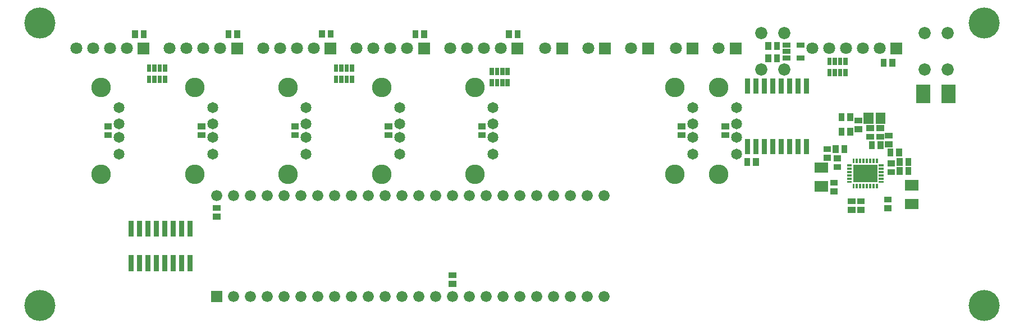
<source format=gbr>
G04 start of page 9 for group -4062 idx -4062 *
G04 Title: uart, soldermask *
G04 Creator: pcb 20140316 *
G04 CreationDate: Wed 16 Jan 2019 07:50:34 AM GMT UTC *
G04 For: brian *
G04 Format: Gerber/RS-274X *
G04 PCB-Dimensions (mil): 9000.00 5000.00 *
G04 PCB-Coordinate-Origin: lower left *
%MOIN*%
%FSLAX25Y25*%
%LNBOTTOMMASK*%
%ADD184R,0.0572X0.0572*%
%ADD183R,0.1042X0.1042*%
%ADD182R,0.0840X0.0840*%
%ADD181R,0.0132X0.0132*%
%ADD180R,0.0614X0.0614*%
%ADD179R,0.0260X0.0260*%
%ADD178R,0.0355X0.0355*%
%ADD177R,0.0300X0.0300*%
%ADD176C,0.0660*%
%ADD175C,0.1161*%
%ADD174C,0.0650*%
%ADD173C,0.1850*%
%ADD172C,0.0728*%
%ADD171C,0.0710*%
%ADD170C,0.0001*%
G54D170*G36*
X645950Y368550D02*Y361450D01*
X653050D01*
Y368550D01*
X645950D01*
G37*
G54D171*X639500Y365000D03*
G54D172*X666110Y374000D03*
X679890D03*
X666110Y352346D03*
X679890D03*
G54D171*X629500Y365000D03*
X619500D03*
G54D173*X701500Y380000D03*
Y212000D03*
G54D171*X609500Y365000D03*
G54D170*G36*
X524950Y368550D02*Y361450D01*
X532050D01*
Y368550D01*
X524950D01*
G37*
G54D171*X518500Y365000D03*
G54D170*G36*
X550450Y368550D02*Y361450D01*
X557550D01*
Y368550D01*
X550450D01*
G37*
G54D171*X544000Y365000D03*
X599500D03*
G54D172*X569110Y374000D03*
X582890D03*
Y352346D03*
X569110D03*
G54D174*X554500Y329780D03*
Y312063D03*
X528500D03*
X554500Y302220D03*
G54D175*X543831Y290134D03*
G54D174*X528500Y302220D03*
G54D175*X517831Y290134D03*
G54D174*X554500Y319937D03*
G54D175*X543831Y341866D03*
G54D174*X528500Y329780D03*
Y319937D03*
G54D175*X517831Y341866D03*
G54D170*G36*
X242700Y220800D02*Y214200D01*
X249300D01*
Y220800D01*
X242700D01*
G37*
G54D176*X256000Y217500D03*
X266000D03*
X276000D03*
X286000D03*
X296000D03*
X306000D03*
X316000D03*
X326000D03*
X336000D03*
X346000D03*
X356000D03*
X366000D03*
X376000D03*
X386000D03*
X396000D03*
X406000D03*
X416000D03*
X406000Y277500D03*
X396000D03*
X386000D03*
X376000D03*
X366000D03*
X356000D03*
X346000D03*
X336000D03*
X326000D03*
X316000D03*
X306000D03*
X296000D03*
X286000D03*
X276000D03*
X266000D03*
X256000D03*
X246000D03*
X426000Y217500D03*
X436000D03*
X446000D03*
X456000D03*
X466000D03*
X476000D03*
Y277500D03*
X466000D03*
X456000D03*
X446000D03*
X436000D03*
X426000D03*
X416000D03*
G54D174*X410000Y329780D03*
G54D175*X399331Y341866D03*
G54D174*X410000Y319937D03*
Y312063D03*
Y302220D03*
G54D175*X399331Y290134D03*
G54D170*G36*
X447450Y368550D02*Y361450D01*
X454550D01*
Y368550D01*
X447450D01*
G37*
G54D171*X441000Y365000D03*
G54D170*G36*
X420950Y368550D02*Y361450D01*
X428050D01*
Y368550D01*
X420950D01*
G37*
G54D171*X414500Y365000D03*
G54D170*G36*
X472950Y368550D02*Y361450D01*
X480050D01*
Y368550D01*
X472950D01*
G37*
G54D171*X466500Y365000D03*
G54D170*G36*
X498450Y368550D02*Y361450D01*
X505550D01*
Y368550D01*
X498450D01*
G37*
G54D171*X492000Y365000D03*
X404500D03*
X394500D03*
X384500D03*
G54D170*G36*
X365450Y368550D02*Y361450D01*
X372550D01*
Y368550D01*
X365450D01*
G37*
G54D171*X359000Y365000D03*
X349000D03*
X339000D03*
X329000D03*
G54D174*X354500Y329780D03*
G54D175*X343831Y341866D03*
G54D170*G36*
X309950Y368550D02*Y361450D01*
X317050D01*
Y368550D01*
X309950D01*
G37*
G54D171*X303500Y365000D03*
X293500D03*
X283500D03*
X273500D03*
G54D170*G36*
X254450Y368550D02*Y361450D01*
X261550D01*
Y368550D01*
X254450D01*
G37*
G54D171*X248000Y365000D03*
X238000D03*
X228000D03*
X218000D03*
G54D170*G36*
X198950Y368550D02*Y361450D01*
X206050D01*
Y368550D01*
X198950D01*
G37*
G54D171*X192500Y365000D03*
X182500D03*
X172500D03*
X162500D03*
G54D173*X141000Y380000D03*
G54D174*X354500Y319937D03*
X299000D03*
Y312063D03*
Y302220D03*
G54D175*X288331Y290134D03*
G54D174*X354500Y312063D03*
Y302220D03*
G54D175*X343831Y290134D03*
G54D174*X299000Y329780D03*
G54D175*X288331Y341866D03*
G54D174*X243500Y329780D03*
Y319937D03*
Y312063D03*
Y302220D03*
X188000D03*
G54D175*X232831Y341866D03*
G54D174*X188000Y329780D03*
Y319937D03*
Y312063D03*
G54D175*X177331Y341866D03*
X232831Y290134D03*
X177331D03*
G54D173*X141000Y212000D03*
G54D177*X596000Y309500D02*Y303500D01*
X591000Y309500D02*Y303500D01*
X586000Y309500D02*Y303500D01*
X581000Y309500D02*Y303500D01*
X576000Y309500D02*Y303500D01*
X571000Y309500D02*Y303500D01*
X566000Y309500D02*Y303500D01*
G54D178*X560941Y297992D02*Y297008D01*
X566059Y297992D02*Y297008D01*
G54D177*X561000Y309500D02*Y303500D01*
G54D178*X521508Y313441D02*X522492D01*
X547508D02*X548492D01*
X424559Y373992D02*Y373008D01*
X419441Y373992D02*Y373008D01*
G54D179*X409276Y345539D02*Y343768D01*
Y352232D02*Y350461D01*
X412425Y352232D02*Y350461D01*
X415575Y352232D02*Y350461D01*
X418724Y352232D02*Y350461D01*
X412425Y345539D02*Y343768D01*
X415575Y345539D02*Y343768D01*
X418724Y345539D02*Y343768D01*
G54D178*X403008Y318559D02*X403992D01*
X521508D02*X522492D01*
X547508D02*X548492D01*
X369059Y373992D02*Y373008D01*
X363941Y373992D02*Y373008D01*
G54D179*X205776Y347539D02*Y345768D01*
Y354232D02*Y352461D01*
X208925Y347539D02*Y345768D01*
Y354232D02*Y352461D01*
X212075Y347539D02*Y345768D01*
Y354232D02*Y352461D01*
X215224Y347539D02*Y345768D01*
Y354232D02*Y352461D01*
G54D178*X202559Y373992D02*Y373008D01*
X197441Y373992D02*Y373008D01*
X403008Y313441D02*X403992D01*
X347508D02*X348492D01*
X292008D02*X292992D01*
X236508D02*X237492D01*
X347508Y318559D02*X348492D01*
X292008D02*X292992D01*
X236508D02*X237492D01*
X181008D02*X181992D01*
X181008Y313441D02*X181992D01*
G54D179*X316776Y354232D02*Y352461D01*
X319925Y354232D02*Y352461D01*
X323075Y354232D02*Y352461D01*
X326224Y347539D02*Y345768D01*
Y354232D02*Y352461D01*
X316776Y347539D02*Y345768D01*
X319925Y347539D02*Y345768D01*
X323075Y347539D02*Y345768D01*
G54D178*X313659Y374092D02*Y373108D01*
X308541Y374092D02*Y373108D01*
X258059Y373992D02*Y373008D01*
X252941Y373992D02*Y373008D01*
X245508Y270059D02*X246492D01*
X245508Y264941D02*X246492D01*
X385508Y224941D02*X386492D01*
X385508Y230059D02*X386492D01*
G54D177*X230000Y240500D02*Y234000D01*
X225000Y240500D02*Y234000D01*
X220000Y240500D02*Y234000D01*
X215000Y240500D02*Y234000D01*
X210000Y240500D02*Y234000D01*
X205000Y240500D02*Y234000D01*
X200000Y240500D02*Y234000D01*
X195000Y240500D02*Y234000D01*
Y261000D02*Y254500D01*
X200000Y261000D02*Y254500D01*
X205000Y261000D02*Y254500D01*
X210000Y261000D02*Y254500D01*
X215000Y261000D02*Y254500D01*
X220000Y261000D02*Y254500D01*
X225000Y261000D02*Y254500D01*
X230000Y261000D02*Y254500D01*
G54D180*X657594Y272370D02*X659406D01*
G54D178*X644008Y269941D02*X644992D01*
X644008Y275059D02*X644992D01*
X622508Y274059D02*X623492D01*
X622508Y268941D02*X623492D01*
X628008Y274059D02*X628992D01*
X628008Y268941D02*X628992D01*
X614008Y299559D02*X614992D01*
X614008Y294441D02*X614992D01*
X608008Y299941D02*X608992D01*
X608008Y305059D02*X608992D01*
X613441Y305492D02*Y304508D01*
X616941Y315992D02*Y315008D01*
G54D180*X604094Y294130D02*X605906D01*
G54D178*X622059Y315992D02*Y315008D01*
X616941Y324492D02*Y323508D01*
X622059Y324492D02*Y323508D01*
X612008Y285059D02*X612992D01*
G54D180*X604094Y282870D02*X605906D01*
G54D178*X612008Y279941D02*X612992D01*
X618559Y305492D02*Y304508D01*
G54D181*X624110Y298688D02*Y297272D01*
Y283728D02*Y282312D01*
X620843Y285579D02*X622260D01*
X620843Y287547D02*X622260D01*
X620843Y289516D02*X622260D01*
X620843Y291484D02*X622260D01*
X620843Y293453D02*X622260D01*
X620843Y295421D02*X622260D01*
G54D178*X651059Y303492D02*Y302508D01*
X646008Y296559D02*X646992D01*
G54D182*X665500Y339300D02*Y336700D01*
X680500Y339300D02*Y336700D01*
G54D178*X641941Y356992D02*Y356008D01*
X647059Y356992D02*Y356008D01*
G54D181*X626079Y298688D02*Y297272D01*
X628047Y298688D02*Y297272D01*
X630016Y298688D02*Y297272D01*
X631984Y298688D02*Y297272D01*
X633953Y298688D02*Y297272D01*
X635921Y298688D02*Y297272D01*
X637890Y298688D02*Y297272D01*
X639740Y295421D02*X641157D01*
X639740Y293453D02*X641157D01*
X639740Y291484D02*X641157D01*
X639740Y289516D02*X641157D01*
X639740Y287547D02*X641157D01*
X639740Y285579D02*X641157D01*
X637890Y283728D02*Y282312D01*
X635921Y283728D02*Y282312D01*
X633953Y283728D02*Y282312D01*
X631984Y283728D02*Y282312D01*
X630016Y283728D02*Y282312D01*
X628047Y283728D02*Y282312D01*
X626079Y283728D02*Y282312D01*
G54D183*X629032Y290500D02*X632969D01*
G54D180*X657594Y283630D02*X659406D01*
G54D178*X651441Y297992D02*Y297008D01*
X656559Y297992D02*Y297008D01*
X651441Y292492D02*Y291508D01*
X656559Y292492D02*Y291508D01*
X646008Y291441D02*X646992D01*
G54D184*X640043Y323893D02*Y323107D01*
X632957Y323893D02*Y323107D01*
G54D178*X634941Y307992D02*Y307008D01*
X633508Y312441D02*X634492D01*
X633508Y317559D02*X634492D01*
X626508Y322059D02*X627492D01*
X626508Y316941D02*X627492D01*
X645941Y303492D02*Y302508D01*
X644508Y307941D02*X645492D01*
X644508Y313059D02*X645492D01*
X640059Y307992D02*Y307008D01*
X639508Y317559D02*X640492D01*
X639508Y312441D02*X640492D01*
G54D177*X591700Y367000D02*X593300D01*
X591700Y359200D02*X593300D01*
X583500D02*X585100D01*
X583500Y363100D02*X585100D01*
X583500Y367000D02*X585100D01*
G54D178*X573441Y366992D02*Y366008D01*
X578559Y366992D02*Y366008D01*
X573441Y359492D02*Y358508D01*
X578559Y359492D02*Y358508D01*
G54D177*X586000Y345500D02*Y339500D01*
X591000Y345500D02*Y339500D01*
X596000Y345500D02*Y339500D01*
G54D179*X619224Y358232D02*Y356461D01*
Y351539D02*Y349768D01*
X616075Y358232D02*Y356461D01*
Y351539D02*Y349768D01*
X612925Y358232D02*Y356461D01*
X609776Y358232D02*Y356461D01*
X612925Y351539D02*Y349768D01*
X609776Y351539D02*Y349768D01*
G54D177*X561000Y345500D02*Y339500D01*
X566000Y345500D02*Y339500D01*
X571000Y345500D02*Y339500D01*
X576000Y345500D02*Y339500D01*
X581000Y345500D02*Y339500D01*
M02*

</source>
